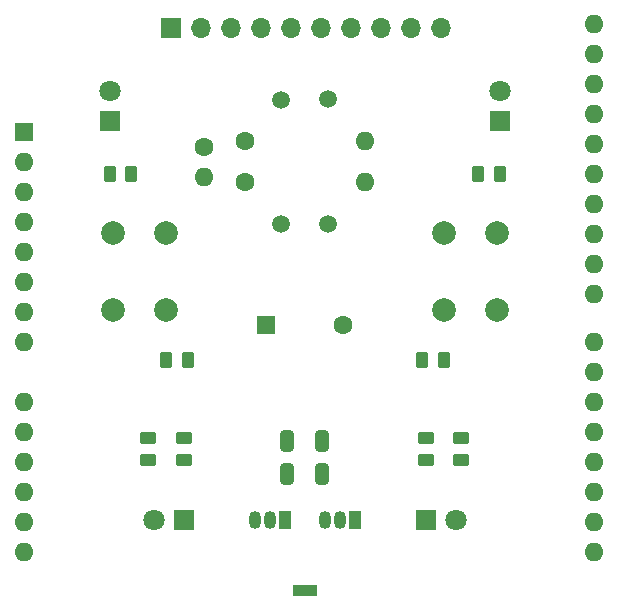
<source format=gbr>
%TF.GenerationSoftware,KiCad,Pcbnew,(6.0.10)*%
%TF.CreationDate,2023-08-29T00:03:06+02:00*%
%TF.ProjectId,Rentree ARES,52656e74-7265-4652-9041-5245532e6b69,rev?*%
%TF.SameCoordinates,Original*%
%TF.FileFunction,Soldermask,Top*%
%TF.FilePolarity,Negative*%
%FSLAX46Y46*%
G04 Gerber Fmt 4.6, Leading zero omitted, Abs format (unit mm)*
G04 Created by KiCad (PCBNEW (6.0.10)) date 2023-08-29 00:03:06*
%MOMM*%
%LPD*%
G01*
G04 APERTURE LIST*
G04 Aperture macros list*
%AMRoundRect*
0 Rectangle with rounded corners*
0 $1 Rounding radius*
0 $2 $3 $4 $5 $6 $7 $8 $9 X,Y pos of 4 corners*
0 Add a 4 corners polygon primitive as box body*
4,1,4,$2,$3,$4,$5,$6,$7,$8,$9,$2,$3,0*
0 Add four circle primitives for the rounded corners*
1,1,$1+$1,$2,$3*
1,1,$1+$1,$4,$5*
1,1,$1+$1,$6,$7*
1,1,$1+$1,$8,$9*
0 Add four rect primitives between the rounded corners*
20,1,$1+$1,$2,$3,$4,$5,0*
20,1,$1+$1,$4,$5,$6,$7,0*
20,1,$1+$1,$6,$7,$8,$9,0*
20,1,$1+$1,$8,$9,$2,$3,0*%
G04 Aperture macros list end*
%ADD10C,1.600000*%
%ADD11O,1.600000X1.600000*%
%ADD12R,1.600000X1.600000*%
%ADD13RoundRect,0.250000X0.325000X0.650000X-0.325000X0.650000X-0.325000X-0.650000X0.325000X-0.650000X0*%
%ADD14C,1.800000*%
%ADD15R,1.800000X1.800000*%
%ADD16R,1.700000X1.700000*%
%ADD17O,1.700000X1.700000*%
%ADD18RoundRect,0.250000X-0.450000X0.262500X-0.450000X-0.262500X0.450000X-0.262500X0.450000X0.262500X0*%
%ADD19RoundRect,0.250000X-0.262500X-0.450000X0.262500X-0.450000X0.262500X0.450000X-0.262500X0.450000X0*%
%ADD20RoundRect,0.250000X0.262500X0.450000X-0.262500X0.450000X-0.262500X-0.450000X0.262500X-0.450000X0*%
%ADD21C,1.500000*%
%ADD22C,2.000000*%
%ADD23O,1.050000X1.500000*%
%ADD24R,1.050000X1.500000*%
G04 APERTURE END LIST*
%TO.C,F1*%
G36*
X124000000Y-133500000D02*
G01*
X126000000Y-133500000D01*
X126000000Y-134500000D01*
X124000000Y-134500000D01*
X124000000Y-133500000D01*
G37*
%TD*%
D10*
%TO.C,R2*%
X119920000Y-99440000D03*
D11*
X130080000Y-99440000D03*
%TD*%
%TO.C,A1*%
X149500000Y-86000000D03*
X149500000Y-88540000D03*
X149500000Y-91080000D03*
X149500000Y-93620000D03*
X149500000Y-96160000D03*
X149500000Y-98700000D03*
X149500000Y-101240000D03*
X149500000Y-103780000D03*
X149500000Y-106320000D03*
X149500000Y-108860000D03*
X149500000Y-112920000D03*
X149500000Y-115460000D03*
X149500000Y-118000000D03*
X149500000Y-120540000D03*
X149500000Y-123080000D03*
X149500000Y-125620000D03*
X149500000Y-128160000D03*
X149500000Y-130700000D03*
X101240000Y-130700000D03*
X101240000Y-128160000D03*
X101240000Y-125620000D03*
X101240000Y-123080000D03*
X101240000Y-120540000D03*
X101240000Y-118000000D03*
X101240000Y-112920000D03*
X101240000Y-110380000D03*
X101240000Y-107840000D03*
X101240000Y-105300000D03*
X101240000Y-102760000D03*
X101240000Y-100220000D03*
X101240000Y-97680000D03*
D12*
X101240000Y-95140000D03*
%TD*%
D13*
%TO.C,C1*%
X123525000Y-121360000D03*
X126475000Y-121360000D03*
%TD*%
%TO.C,C2*%
X126475000Y-124110000D03*
X123525000Y-124110000D03*
%TD*%
D14*
%TO.C,D1*%
X112210000Y-128000000D03*
D15*
X114750000Y-128000000D03*
%TD*%
D14*
%TO.C,D2*%
X137790000Y-128000000D03*
D15*
X135250000Y-128000000D03*
%TD*%
%TO.C,D3*%
X108500000Y-94275000D03*
D14*
X108500000Y-91735000D03*
%TD*%
D15*
%TO.C,D4*%
X141500000Y-94275000D03*
D14*
X141500000Y-91735000D03*
%TD*%
D16*
%TO.C,J1*%
X113655000Y-86375000D03*
D17*
X116195000Y-86375000D03*
X118735000Y-86375000D03*
X121275000Y-86375000D03*
X123815000Y-86375000D03*
X126355000Y-86375000D03*
X128895000Y-86375000D03*
X131435000Y-86375000D03*
X133975000Y-86375000D03*
X136515000Y-86375000D03*
%TD*%
D12*
%TO.C,LS1*%
X121750000Y-111500000D03*
D10*
X128250000Y-111500000D03*
%TD*%
D11*
%TO.C,R1*%
X116500000Y-98975000D03*
D10*
X116500000Y-96435000D03*
%TD*%
D18*
%TO.C,R4*%
X111750000Y-122912500D03*
X111750000Y-121087500D03*
%TD*%
%TO.C,R5*%
X114750000Y-122912500D03*
X114750000Y-121087500D03*
%TD*%
%TO.C,R6*%
X135250000Y-122912500D03*
X135250000Y-121087500D03*
%TD*%
%TO.C,R7*%
X138250000Y-122912500D03*
X138250000Y-121087500D03*
%TD*%
D19*
%TO.C,R8*%
X110325000Y-98750000D03*
X108500000Y-98750000D03*
%TD*%
D20*
%TO.C,R9*%
X141500000Y-98750000D03*
X139675000Y-98750000D03*
%TD*%
D19*
%TO.C,R10*%
X134925000Y-114500000D03*
X136750000Y-114500000D03*
%TD*%
D20*
%TO.C,R11*%
X115075000Y-114500000D03*
X113250000Y-114500000D03*
%TD*%
D21*
%TO.C,TP1*%
X123000000Y-102940000D03*
%TD*%
%TO.C,TP2*%
X127000000Y-102940000D03*
%TD*%
%TO.C,TP3*%
X127000000Y-92400000D03*
%TD*%
%TO.C,TP4*%
X123000000Y-92500000D03*
%TD*%
D11*
%TO.C,R3*%
X130080000Y-95980000D03*
D10*
X119920000Y-95980000D03*
%TD*%
D22*
%TO.C,SW1*%
X113250000Y-103750000D03*
X113250000Y-110250000D03*
X108750000Y-103750000D03*
X108750000Y-110250000D03*
%TD*%
%TO.C,SW2*%
X141250000Y-103750000D03*
X141250000Y-110250000D03*
X136750000Y-103750000D03*
X136750000Y-110250000D03*
%TD*%
D23*
%TO.C,Q1*%
X120750000Y-128000000D03*
X122020000Y-128000000D03*
D24*
X123290000Y-128000000D03*
%TD*%
D23*
%TO.C,Q2*%
X126730000Y-128000000D03*
X128000000Y-128000000D03*
D24*
X129270000Y-128000000D03*
%TD*%
M02*

</source>
